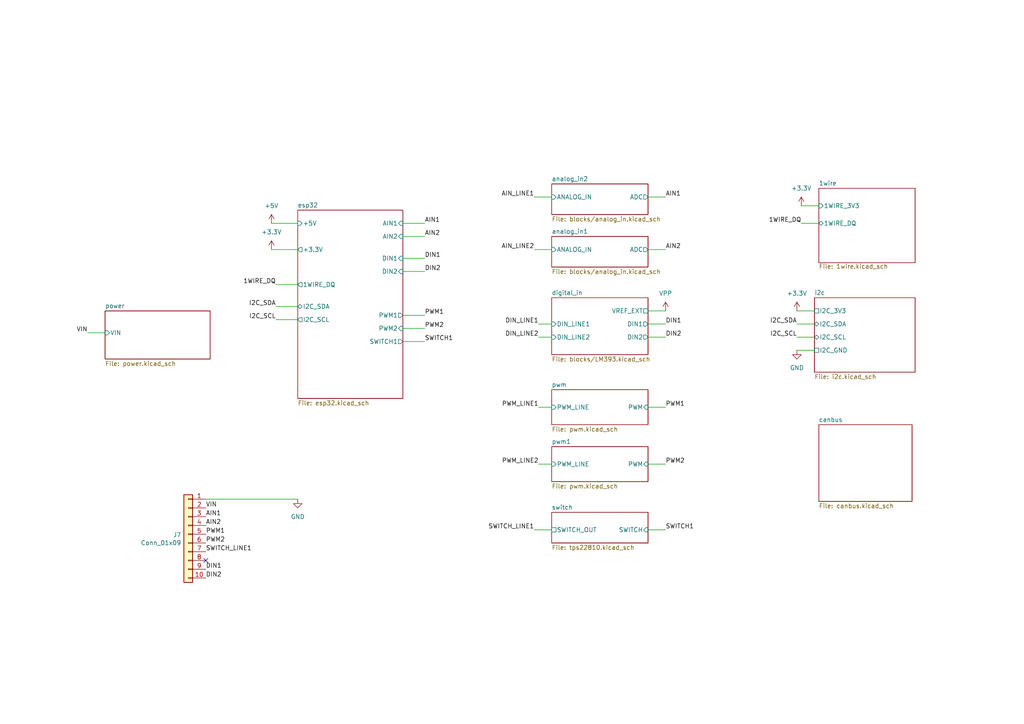
<source format=kicad_sch>
(kicad_sch (version 20230121) (generator eeschema)
  (paper "A4")
  (lib_symbols
    (symbol "Connector_Generic:Conn_01x10" (pin_names (offset 1.016) hide)
      (property "Reference" "J" (at 0 12.7 0))
      (property "Value" "Conn_01x10" (at 0 -15.24 0))
      (symbol "Conn_01x10_1_1"
        (rectangle (start -1.27 -12.573) (end 0 -12.827) (stroke (width 0.1524)))
        (rectangle (start -1.27 -10.033) (end 0 -10.287) (stroke (width 0.1524)))
        (rectangle (start -1.27 -7.493) (end 0 -7.747) (stroke (width 0.1524)))
        (rectangle (start -1.27 -4.953) (end 0 -5.207) (stroke (width 0.1524)))
        (rectangle (start -1.27 -2.413) (end 0 -2.667) (stroke (width 0.1524)))
        (rectangle (start -1.27 0.127) (end 0 -0.127) (stroke (width 0.1524)))
        (rectangle (start -1.27 2.667) (end 0 2.413) (stroke (width 0.1524)))
        (rectangle (start -1.27 5.207) (end 0 4.953) (stroke (width 0.1524)))
        (rectangle (start -1.27 7.747) (end 0 7.493) (stroke (width 0.1524)))
        (rectangle (start -1.27 10.287) (end 0 10.033) (stroke (width 0.1524)))
        (rectangle (start -1.27 11.43) (end 1.27 -13.97) (stroke (width 0.254)) (fill (type background)))
        (pin passive line (at -5.08 10.16 0) (length 3.81) (name "Pin_1") (number "1"))
        (pin passive line (at -5.08 -12.7 0) (length 3.81) (name "Pin_10") (number "10"))
        (pin passive line (at -5.08 7.62 0) (length 3.81) (name "Pin_2") (number "2"))
        (pin passive line (at -5.08 5.08 0) (length 3.81) (name "Pin_3") (number "3"))
        (pin passive line (at -5.08 2.54 0) (length 3.81) (name "Pin_4") (number "4"))
        (pin passive line (at -5.08 0 0) (length 3.81) (name "Pin_5") (number "5"))
        (pin passive line (at -5.08 -2.54 0) (length 3.81) (name "Pin_6") (number "6"))
        (pin passive line (at -5.08 -5.08 0) (length 3.81) (name "Pin_7") (number "7"))
        (pin passive line (at -5.08 -7.62 0) (length 3.81) (name "Pin_8") (number "8"))
        (pin passive line (at -5.08 -10.16 0) (length 3.81) (name "Pin_9") (number "9"))
      )
    )
    (symbol "power:+3.3V" (power) (pin_names (offset 0))
      (property "Value" "+3.3V" (at 0 3.556 0))
      (symbol "+3.3V_0_1"
        (polyline (pts (xy -0.762 1.27) (xy 0 2.54)))
        (polyline (pts (xy 0 0) (xy 0 2.54)))
        (polyline (pts (xy 0 2.54) (xy 0.762 1.27)))
      )
      (symbol "+3.3V_1_1"
        (pin power_in line (at 0 0 90) (length 0) hide (name "+3.3V") (number "1"))
      )
    )
    (symbol "power:+5V" (power) (pin_names (offset 0))
      (property "Value" "+5V" (at 0 3.556 0))
      (symbol "+5V_0_1"
        (polyline (pts (xy -0.762 1.27) (xy 0 2.54)))
        (polyline (pts (xy 0 0) (xy 0 2.54)))
        (polyline (pts (xy 0 2.54) (xy 0.762 1.27)))
      )
      (symbol "+5V_1_1"
        (pin power_in line (at 0 0 90) (length 0) hide (name "+5V") (number "1"))
      )
    )
    (symbol "power:GND" (power) (pin_names (offset 0))
      (property "Value" "GND" (at 0 -3.81 0))
      (symbol "GND_0_1"
        (polyline (pts (xy 0 0) (xy 0 -1.27) (xy 1.27 -1.27) (xy 0 -2.54) (xy -1.27 -1.27) (xy 0 -1.27)))
      )
      (symbol "GND_1_1"
        (pin power_in line (at 0 0 270) (length 0) hide (name "GND") (number "1"))
      )
    )
    (symbol "power:VPP" (power) (pin_names (offset 0))
      (property "Value" "VPP" (at 0 3.81 0))
      (symbol "VPP_0_1"
        (polyline (pts (xy -0.762 1.27) (xy 0 2.54)))
        (polyline (pts (xy 0 0) (xy 0 2.54)))
        (polyline (pts (xy 0 2.54) (xy 0.762 1.27)))
      )
      (symbol "VPP_1_1"
        (pin power_in line (at 0 0 90) (length 0) hide (name "VPP") (number "1"))
      )
    )
  )
  (no_connect (at 59.69 162.56))
  (wire (pts (xy 187.96 72.39) (xy 193.04 72.39)))
  (wire (pts (xy 156.21 118.11) (xy 160.02 118.11)))
  (wire (pts (xy 231.14 97.79) (xy 236.22 97.79)))
  (wire (pts (xy 231.14 93.98) (xy 236.22 93.98)))
  (wire (pts (xy 187.96 90.17) (xy 193.04 90.17)))
  (wire (pts (xy 80.01 82.55) (xy 86.36 82.55)))
  (wire (pts (xy 154.94 153.67) (xy 160.02 153.67)))
  (wire (pts (xy 187.96 97.79) (xy 193.04 97.79)))
  (wire (pts (xy 187.96 118.11) (xy 193.04 118.11)))
  (wire (pts (xy 116.84 95.25) (xy 123.19 95.25)))
  (wire (pts (xy 156.21 93.98) (xy 160.02 93.98)))
  (wire (pts (xy 231.14 90.17) (xy 236.22 90.17)))
  (wire (pts (xy 232.41 59.69) (xy 237.49 59.69)))
  (wire (pts (xy 86.36 144.78) (xy 59.69 144.78)))
  (wire (pts (xy 80.01 92.71) (xy 86.36 92.71)))
  (wire (pts (xy 187.96 153.67) (xy 193.04 153.67)))
  (wire (pts (xy 187.96 93.98) (xy 193.04 93.98)))
  (wire (pts (xy 187.96 134.62) (xy 193.04 134.62)))
  (wire (pts (xy 154.94 57.15) (xy 160.02 57.15)))
  (wire (pts (xy 160.02 97.79) (xy 156.21 97.79)))
  (wire (pts (xy 116.84 64.77) (xy 123.19 64.77)))
  (wire (pts (xy 80.01 88.9) (xy 86.36 88.9)))
  (wire (pts (xy 86.36 64.77) (xy 78.74 64.77)))
  (wire (pts (xy 187.96 57.15) (xy 193.04 57.15)))
  (wire (pts (xy 78.74 72.39) (xy 86.36 72.39)))
  (wire (pts (xy 116.84 74.93) (xy 123.19 74.93)))
  (wire (pts (xy 116.84 91.44) (xy 123.19 91.44)))
  (wire (pts (xy 116.84 99.06) (xy 123.19 99.06)))
  (wire (pts (xy 116.84 78.74) (xy 123.19 78.74)))
  (wire (pts (xy 154.94 72.39) (xy 160.02 72.39)))
  (wire (pts (xy 232.41 64.77) (xy 237.49 64.77)))
  (wire (pts (xy 25.4 96.52) (xy 30.48 96.52)))
  (wire (pts (xy 231.14 101.6) (xy 236.22 101.6)))
  (wire (pts (xy 156.21 134.62) (xy 160.02 134.62)))
  (wire (pts (xy 116.84 68.58) (xy 123.19 68.58)))
  (label "I2C_SCL" (at 231.14 97.79 180))
  (label "DIN2" (at 59.69 167.64 0))
  (label "DIN_LINE1" (at 156.21 93.98 180))
  (label "DIN2" (at 193.04 97.79 0))
  (label "VIN" (at 59.69 147.32 0))
  (label "DIN_LINE2" (at 156.21 97.79 180))
  (label "1WIRE_DQ" (at 232.41 64.77 180))
  (label "I2C_SCL" (at 80.01 92.71 180))
  (label "SWITCH_LINE1" (at 154.94 153.67 180))
  (label "PWM2" (at 123.19 95.25 0))
  (label "PWM2" (at 59.69 157.48 0))
  (label "PWM1" (at 59.69 154.94 0))
  (label "DIN1" (at 59.69 165.1 0))
  (label "AIN2" (at 193.04 72.39 0))
  (label "AIN2" (at 59.69 152.4 0))
  (label "AIN_LINE1" (at 154.94 57.15 180))
  (label "PWM_LINE2" (at 156.21 134.62 180))
  (label "PWM2" (at 193.04 134.62 0))
  (label "SWITCH1" (at 193.04 153.67 0))
  (label "DIN1" (at 193.04 93.98 0))
  (label "SWITCH1" (at 123.19 99.06 0))
  (label "I2C_SDA" (at 231.14 93.98 180))
  (label "VIN" (at 25.4 96.52 180))
  (label "AIN1" (at 123.19 64.77 0))
  (label "PWM1" (at 123.19 91.44 0))
  (label "PWM1" (at 193.04 118.11 0))
  (label "AIN1" (at 193.04 57.15 0))
  (label "AIN_LINE2" (at 154.94 72.39 180))
  (label "AIN1" (at 59.69 149.86 0))
  (label "1WIRE_DQ" (at 80.01 82.55 180))
  (label "I2C_SDA" (at 80.01 88.9 180))
  (label "DIN2" (at 123.19 78.74 0))
  (label "DIN1" (at 123.19 74.93 0))
  (label "AIN2" (at 123.19 68.58 0))
  (label "SWITCH_LINE1" (at 59.69 160.02 0))
  (label "PWM_LINE1" (at 156.21 118.11 180))
  (symbol (lib_id "power:VPP") (at 193.04 90.17 0) (unit 1)
    (property "Reference" "#PWR027" (effects hide))
    (property "Value" "VPP" (at 193.04 85.09 0))
  )
  (symbol (lib_id "power:+3.3V") (at 232.41 59.69 0) (unit 1)
    (property "Reference" "#PWR028" (effects hide))
    (property "Value" "+3.3V" (at 232.41 54.61 0))
  )
  (symbol (lib_id "Connector_Generic:Conn_01x10") (at 54.61 154.94 0) (mirror y) (unit 1)
    (property "Reference" "J7" (at 52.578 155.1432 0) (effects (justify left)))
    (property "Value" "Conn_01x09" (at 52.578 157.4546 0) (effects (justify left)))
    (property "Footprint" "TerminalBlock_Phoenix:TerminalBlock_Phoenix_MPT-0,5-10-2.54_1x10_P2.54mm_Horizontal" (effects hide))
    (property "LCSC" "C145961" (effects hide))
    (property "Cost" "0.0552" (effects hide))
    (property "Part" "C145961" (effects hide))
  )
  (symbol (lib_id "power:GND") (at 86.36 144.78 0) (unit 1)
    (property "Reference" "#PWR016" (effects hide))
    (property "Value" "GND" (at 86.36 149.86 0))
  )
  (symbol (lib_id "power:+3.3V") (at 231.14 90.17 0) (unit 1)
    (property "Reference" "#PWR08" (effects hide))
    (property "Value" "+3.3V" (at 231.14 85.09 0))
  )
  (symbol (lib_id "power:GND") (at 231.14 101.6 0) (unit 1)
    (property "Reference" "#PWR041" (effects hide))
    (property "Value" "GND" (at 231.14 106.68 0))
  )
  (symbol (lib_id "power:+5V") (at 78.74 64.77 0) (unit 1)
    (property "Reference" "#PWR03" (effects hide))
    (property "Value" "+5V" (at 78.74 59.69 0))
  )
  (symbol (lib_id "power:+3.3V") (at 78.74 72.39 0) (unit 1)
    (property "Reference" "#PWR02" (effects hide))
    (property "Value" "+3.3V" (at 78.74 67.31 0))
  )
  (sheet (at 86.36 60.96) (size 30.48 54.61) (stroke (width 0.1524))
    (property "Sheetname" "esp32" (at 86.36 60.2484 0) (effects (justify left bottom)))
    (property "Sheetfile" "esp32.kicad_sch" (at 86.36 116.1546 0) (effects (justify left top)))
    (pin "+5V" input (at 86.36 64.77 180))
    (pin "+3.3V" output (at 86.36 72.39 180))
    (pin "AIN2" input (at 116.84 68.58 0))
    (pin "AIN1" input (at 116.84 64.77 0))
    (pin "I2C_SCL" output (at 86.36 92.71 180))
    (pin "1WIRE_DQ" output (at 86.36 82.55 180))
    (pin "I2C_SDA" bidirectional (at 86.36 88.9 180))
    (pin "DIN2" input (at 116.84 78.74 0))
    (pin "DIN1" input (at 116.84 74.93 0))
    (pin "PWM2" input (at 116.84 95.25 0))
    (pin "PWM1" output (at 116.84 91.44 0))
    (pin "SWITCH1" output (at 116.84 99.06 0))
  )
  (sheet (at 160.02 113.03) (size 27.94 10.16) (stroke (width 0.1524))
    (property "Sheetname" "pwm" (at 160.02 112.3184 0) (effects (justify left bottom)))
    (property "Sheetfile" "pwm.kicad_sch" (at 160.02 123.7746 0) (effects (justify left top)))
    (pin "PWM_LINE" input (at 160.02 118.11 180))
    (pin "PWM" input (at 187.96 118.11 0))
  )
  (sheet (at 237.49 123.19) (size 27.051 22.225) (stroke (width 0.1524))
    (property "Sheetname" "canbus" (at 237.49 122.4784 0) (effects (justify left bottom)))
    (property "Sheetfile" "canbus.kicad_sch" (at 237.49 145.9996 0) (effects (justify left top)))
  )
  (sheet (at 160.02 68.58) (size 27.94 8.89) (stroke (width 0.1524))
    (property "Sheetname" "analog_in1" (at 160.02 67.8684 0) (effects (justify left bottom)))
    (property "Sheetfile" "blocks/analog_in.kicad_sch" (at 160.02 78.0546 0) (effects (justify left top)))
    (pin "ADC" output (at 187.96 72.39 0))
    (pin "ANALOG_IN" input (at 160.02 72.39 180))
  )
  (sheet (at 30.48 90.17) (size 30.48 13.97) (stroke (width 0.1524))
    (property "Sheetname" "power" (at 30.48 89.4584 0) (effects (justify left bottom)))
    (property "Sheetfile" "power.kicad_sch" (at 30.48 104.7246 0) (effects (justify left top)))
    (pin "VIN" input (at 30.48 96.52 180))
  )
  (sheet (at 160.02 129.54) (size 27.94 10.16) (stroke (width 0.1524))
    (property "Sheetname" "pwm1" (at 160.02 128.8284 0) (effects (justify left bottom)))
    (property "Sheetfile" "pwm.kicad_sch" (at 160.02 140.2846 0) (effects (justify left top)))
    (pin "PWM_LINE" input (at 160.02 134.62 180))
    (pin "PWM" input (at 187.96 134.62 0))
  )
  (sheet (at 160.02 86.36) (size 27.94 16.51) (stroke (width 0.1524))
    (property "Sheetname" "digital_in" (at 160.02 85.6484 0) (effects (justify left bottom)))
    (property "Sheetfile" "blocks/LM393.kicad_sch" (at 160.02 103.4546 0) (effects (justify left top)))
    (pin "DIN1" output (at 187.96 93.98 0))
    (pin "DIN2" output (at 187.96 97.79 0))
    (pin "DIN_LINE1" input (at 160.02 93.98 180))
    (pin "DIN_LINE2" input (at 160.02 97.79 180))
    (pin "VREF_EXT" passive (at 187.96 90.17 0))
  )
  (sheet (at 237.49 54.61) (size 27.94 21.59) (stroke (width 0.1524))
    (property "Sheetname" "1wire" (at 237.49 53.8984 0) (effects (justify left bottom)))
    (property "Sheetfile" "1wire.kicad_sch" (at 237.49 76.5306 0) (effects (justify left top)))
    (pin "1WIRE_DQ" bidirectional (at 237.49 64.77 180))
    (pin "1WIRE_3V3" input (at 237.49 59.69 180))
  )
  (sheet (at 160.02 53.34) (size 27.94 8.89) (stroke (width 0.1524))
    (property "Sheetname" "analog_in2" (at 160.02 52.6284 0) (effects (justify left bottom)))
    (property "Sheetfile" "blocks/analog_in.kicad_sch" (at 160.02 62.8146 0) (effects (justify left top)))
    (pin "ADC" output (at 187.96 57.15 0))
    (pin "ANALOG_IN" input (at 160.02 57.15 180))
  )
  (sheet (at 160.02 148.59) (size 27.94 8.89) (stroke (width 0.1524))
    (property "Sheetname" "switch" (at 160.02 147.8784 0) (effects (justify left bottom)))
    (property "Sheetfile" "tps22810.kicad_sch" (at 160.02 158.0646 0) (effects (justify left top)))
    (pin "SWITCH" input (at 187.96 153.67 0))
    (pin "SWITCH_OUT" passive (at 160.02 153.67 180))
  )
  (sheet (at 236.22 86.36) (size 29.21 21.59) (stroke (width 0.1524))
    (property "Sheetname" "i2c" (at 236.22 85.6484 0) (effects (justify left bottom)))
    (property "Sheetfile" "i2c.kicad_sch" (at 236.22 108.5346 0) (effects (justify left top)))
    (pin "I2C_SDA" bidirectional (at 236.22 93.98 180))
    (pin "I2C_3V3" passive (at 236.22 90.17 180))
    (pin "I2C_SCL" bidirectional (at 236.22 97.79 180))
    (pin "I2C_GND" passive (at 236.22 101.6 180))
  )
)
</source>
